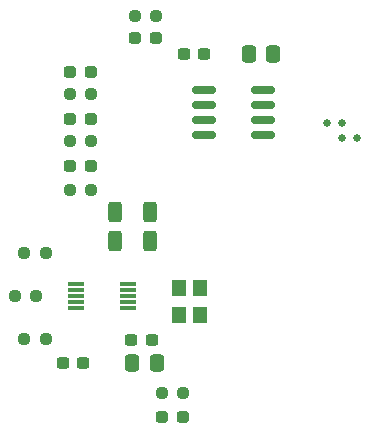
<source format=gtp>
G04 #@! TF.GenerationSoftware,KiCad,Pcbnew,7.0.10*
G04 #@! TF.CreationDate,2024-07-16T21:32:39-04:00*
G04 #@! TF.ProjectId,button_transmitter,62757474-6f6e-45f7-9472-616e736d6974,1.0*
G04 #@! TF.SameCoordinates,Original*
G04 #@! TF.FileFunction,Paste,Top*
G04 #@! TF.FilePolarity,Positive*
%FSLAX46Y46*%
G04 Gerber Fmt 4.6, Leading zero omitted, Abs format (unit mm)*
G04 Created by KiCad (PCBNEW 7.0.10) date 2024-07-16 21:32:39*
%MOMM*%
%LPD*%
G01*
G04 APERTURE LIST*
G04 Aperture macros list*
%AMRoundRect*
0 Rectangle with rounded corners*
0 $1 Rounding radius*
0 $2 $3 $4 $5 $6 $7 $8 $9 X,Y pos of 4 corners*
0 Add a 4 corners polygon primitive as box body*
4,1,4,$2,$3,$4,$5,$6,$7,$8,$9,$2,$3,0*
0 Add four circle primitives for the rounded corners*
1,1,$1+$1,$2,$3*
1,1,$1+$1,$4,$5*
1,1,$1+$1,$6,$7*
1,1,$1+$1,$8,$9*
0 Add four rect primitives between the rounded corners*
20,1,$1+$1,$2,$3,$4,$5,0*
20,1,$1+$1,$4,$5,$6,$7,0*
20,1,$1+$1,$6,$7,$8,$9,0*
20,1,$1+$1,$8,$9,$2,$3,0*%
G04 Aperture macros list end*
%ADD10C,0.635000*%
%ADD11RoundRect,0.237500X0.287500X0.237500X-0.287500X0.237500X-0.287500X-0.237500X0.287500X-0.237500X0*%
%ADD12RoundRect,0.237500X0.250000X0.237500X-0.250000X0.237500X-0.250000X-0.237500X0.250000X-0.237500X0*%
%ADD13RoundRect,0.237500X-0.300000X-0.237500X0.300000X-0.237500X0.300000X0.237500X-0.300000X0.237500X0*%
%ADD14RoundRect,0.150000X-0.825000X-0.150000X0.825000X-0.150000X0.825000X0.150000X-0.825000X0.150000X0*%
%ADD15RoundRect,0.250000X-0.337500X-0.475000X0.337500X-0.475000X0.337500X0.475000X-0.337500X0.475000X0*%
%ADD16RoundRect,0.237500X-0.250000X-0.237500X0.250000X-0.237500X0.250000X0.237500X-0.250000X0.237500X0*%
%ADD17RoundRect,0.237500X0.300000X0.237500X-0.300000X0.237500X-0.300000X-0.237500X0.300000X-0.237500X0*%
%ADD18RoundRect,0.237500X-0.287500X-0.237500X0.287500X-0.237500X0.287500X0.237500X-0.287500X0.237500X0*%
%ADD19RoundRect,0.250000X0.312500X0.625000X-0.312500X0.625000X-0.312500X-0.625000X0.312500X-0.625000X0*%
%ADD20R,1.400000X0.300000*%
%ADD21R,1.200000X1.400000*%
G04 APERTURE END LIST*
D10*
X112960000Y-92690001D03*
X111689999Y-91420000D03*
X111690002Y-92690000D03*
X110419999Y-91420001D03*
D11*
X95915000Y-84270000D03*
X94165000Y-84270000D03*
D12*
X85772500Y-106060000D03*
X83947500Y-106060000D03*
X90437498Y-92937496D03*
X88612498Y-92937496D03*
D11*
X90402496Y-95110001D03*
X88652496Y-95110001D03*
D13*
X93845000Y-109830000D03*
X95570000Y-109830000D03*
D14*
X99995000Y-88685000D03*
X99995000Y-89955000D03*
X99995000Y-91225000D03*
X99995000Y-92495000D03*
X104945000Y-92495000D03*
X104945000Y-91225000D03*
X104945000Y-89955000D03*
X104945000Y-88685000D03*
D15*
X93890000Y-111800000D03*
X95965000Y-111800000D03*
D16*
X96410000Y-114320000D03*
X98235000Y-114320000D03*
D12*
X86572500Y-102410000D03*
X84747500Y-102410000D03*
X90437494Y-88970001D03*
X88612494Y-88970001D03*
D17*
X99992496Y-85624998D03*
X98267496Y-85624998D03*
D11*
X90377498Y-91097496D03*
X88627498Y-91097496D03*
D18*
X96452500Y-116340000D03*
X98202500Y-116340000D03*
D12*
X90444993Y-97130001D03*
X88619993Y-97130001D03*
D19*
X95402500Y-101460000D03*
X92477500Y-101460000D03*
X95402500Y-98980000D03*
X92477500Y-98980000D03*
D20*
X93550000Y-107090000D03*
X93550000Y-106590000D03*
X93550000Y-106090000D03*
X93550000Y-105590000D03*
X93550000Y-105090000D03*
X89150000Y-105090000D03*
X89150000Y-105590000D03*
X89150000Y-106090000D03*
X89150000Y-106590000D03*
X89150000Y-107090000D03*
D12*
X95952500Y-82370000D03*
X94127500Y-82370000D03*
D17*
X89780000Y-111800000D03*
X88055000Y-111800000D03*
D15*
X103792497Y-85624999D03*
X105867497Y-85624999D03*
D11*
X90400000Y-87130000D03*
X88650000Y-87130000D03*
D12*
X86582500Y-109740000D03*
X84757500Y-109740000D03*
D21*
X97835000Y-105440000D03*
X97835000Y-107740000D03*
X99685000Y-107740000D03*
X99685000Y-105440000D03*
M02*

</source>
